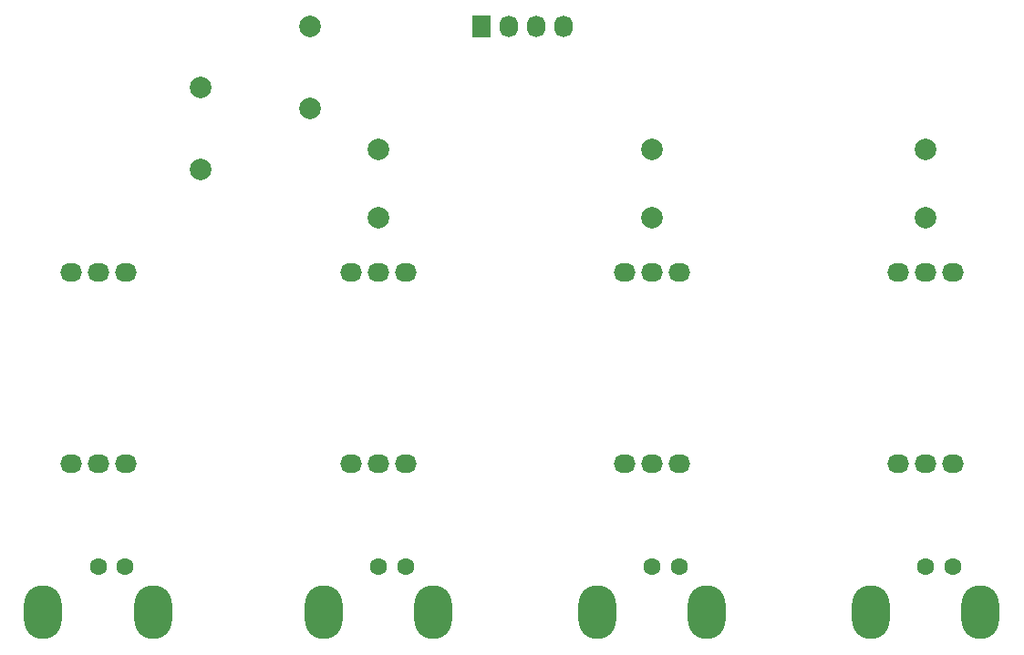
<source format=gbr>
G04 #@! TF.FileFunction,Copper,L1,Top,Signal*
%FSLAX46Y46*%
G04 Gerber Fmt 4.6, Leading zero omitted, Abs format (unit mm)*
G04 Created by KiCad (PCBNEW 4.0.4-stable) date Wednesday, December 14, 2016 'PMt' 08:51:04 PM*
%MOMM*%
%LPD*%
G01*
G04 APERTURE LIST*
%ADD10C,0.100000*%
%ADD11O,3.500120X5.001260*%
%ADD12C,1.600200*%
%ADD13R,1.727200X2.032000*%
%ADD14O,1.727200X2.032000*%
%ADD15C,1.998980*%
%ADD16O,2.032000X1.727200*%
%ADD17C,2.000000*%
G04 APERTURE END LIST*
D10*
D11*
X134320280Y-150075900D03*
X124122180Y-150075900D03*
D12*
X129222500Y-145811240D03*
X131721860Y-145811240D03*
D11*
X108920280Y-150075900D03*
X98722180Y-150075900D03*
D12*
X103822500Y-145811240D03*
X106321860Y-145811240D03*
D11*
X82885280Y-150075900D03*
X72687180Y-150075900D03*
D12*
X77787500Y-145811240D03*
X80286860Y-145811240D03*
D11*
X159720280Y-150075900D03*
X149522180Y-150075900D03*
D12*
X154622500Y-145811240D03*
X157121860Y-145811240D03*
D13*
X113347500Y-95567500D03*
D14*
X115887500Y-95567500D03*
X118427500Y-95567500D03*
X120967500Y-95567500D03*
D15*
X97472500Y-103187500D03*
X97472500Y-95567500D03*
X87312500Y-108902500D03*
X87312500Y-101282500D03*
D16*
X126682500Y-118427500D03*
X131762500Y-118427500D03*
X129222500Y-118427500D03*
X129222500Y-136207500D03*
X126682500Y-136207500D03*
X131762500Y-136207500D03*
X101282500Y-118427500D03*
X106362500Y-118427500D03*
X103822500Y-118427500D03*
X103822500Y-136207500D03*
X101282500Y-136207500D03*
X106362500Y-136207500D03*
X75247500Y-118427500D03*
X80327500Y-118427500D03*
X77787500Y-118427500D03*
X77787500Y-136207500D03*
X75247500Y-136207500D03*
X80327500Y-136207500D03*
X152082500Y-118427500D03*
X157162500Y-118427500D03*
X154622500Y-118427500D03*
X154622500Y-136207500D03*
X152082500Y-136207500D03*
X157162500Y-136207500D03*
D17*
X129222500Y-113347500D03*
X129222500Y-106997500D03*
X103822500Y-113347500D03*
X103822500Y-106997500D03*
X154622500Y-113347500D03*
X154622500Y-106997500D03*
M02*

</source>
